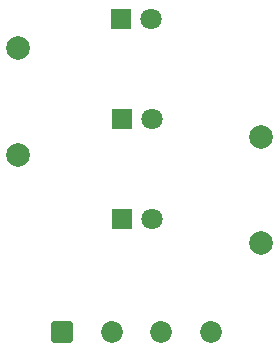
<source format=gbr>
%TF.GenerationSoftware,KiCad,Pcbnew,9.0.0*%
%TF.CreationDate,2025-03-06T15:51:13-05:00*%
%TF.ProjectId,Traffic Control System,54726166-6669-4632-9043-6f6e74726f6c,rev?*%
%TF.SameCoordinates,Original*%
%TF.FileFunction,Copper,L2,Bot*%
%TF.FilePolarity,Positive*%
%FSLAX46Y46*%
G04 Gerber Fmt 4.6, Leading zero omitted, Abs format (unit mm)*
G04 Created by KiCad (PCBNEW 9.0.0) date 2025-03-06 15:51:13*
%MOMM*%
%LPD*%
G01*
G04 APERTURE LIST*
G04 Aperture macros list*
%AMRoundRect*
0 Rectangle with rounded corners*
0 $1 Rounding radius*
0 $2 $3 $4 $5 $6 $7 $8 $9 X,Y pos of 4 corners*
0 Add a 4 corners polygon primitive as box body*
4,1,4,$2,$3,$4,$5,$6,$7,$8,$9,$2,$3,0*
0 Add four circle primitives for the rounded corners*
1,1,$1+$1,$2,$3*
1,1,$1+$1,$4,$5*
1,1,$1+$1,$6,$7*
1,1,$1+$1,$8,$9*
0 Add four rect primitives between the rounded corners*
20,1,$1+$1,$2,$3,$4,$5,0*
20,1,$1+$1,$4,$5,$6,$7,0*
20,1,$1+$1,$6,$7,$8,$9,0*
20,1,$1+$1,$8,$9,$2,$3,0*%
G04 Aperture macros list end*
%TA.AperFunction,ComponentPad*%
%ADD10RoundRect,0.250000X-0.675000X-0.675000X0.675000X-0.675000X0.675000X0.675000X-0.675000X0.675000X0*%
%TD*%
%TA.AperFunction,ComponentPad*%
%ADD11C,1.850000*%
%TD*%
%TA.AperFunction,ComponentPad*%
%ADD12R,1.800000X1.800000*%
%TD*%
%TA.AperFunction,ComponentPad*%
%ADD13C,1.800000*%
%TD*%
%TA.AperFunction,ComponentPad*%
%ADD14C,2.000000*%
%TD*%
G04 APERTURE END LIST*
D10*
%TO.P,J1,1,Pin_1*%
%TO.N,Net-(D1-K)*%
X44200000Y-65500000D03*
D11*
%TO.P,J1,2,Pin_2*%
%TO.N,Net-(D2-K)*%
X48400000Y-65500000D03*
%TO.P,J1,3,Pin_3*%
%TO.N,Net-(D3-K)*%
X52600000Y-65500000D03*
%TO.P,J1,4,Pin_4*%
%TO.N,Net-(J1-Pin_4)*%
X56800000Y-65500000D03*
%TD*%
D12*
%TO.P,D1,1,K*%
%TO.N,Net-(D1-K)*%
X49210000Y-39000000D03*
D13*
%TO.P,D1,2,A*%
%TO.N,Net-(D1-A)*%
X51750000Y-39000000D03*
%TD*%
D12*
%TO.P,D2,1,K*%
%TO.N,Net-(D2-K)*%
X49225000Y-47500000D03*
D13*
%TO.P,D2,2,A*%
%TO.N,Net-(D2-A)*%
X51765000Y-47500000D03*
%TD*%
D12*
%TO.P,D3,1,K*%
%TO.N,Net-(D3-K)*%
X49225000Y-56000000D03*
D13*
%TO.P,D3,2,A*%
%TO.N,Net-(D2-A)*%
X51765000Y-56000000D03*
%TD*%
D14*
%TO.P,R2,1*%
%TO.N,Net-(D2-A)*%
X61000000Y-49000000D03*
%TO.P,R2,2*%
%TO.N,Net-(J1-Pin_4)*%
X61000000Y-58000000D03*
%TD*%
%TO.P,R1,2*%
%TO.N,Net-(J1-Pin_4)*%
X40500000Y-50500000D03*
%TO.P,R1,1*%
%TO.N,Net-(D1-A)*%
X40500000Y-41500000D03*
%TD*%
M02*

</source>
